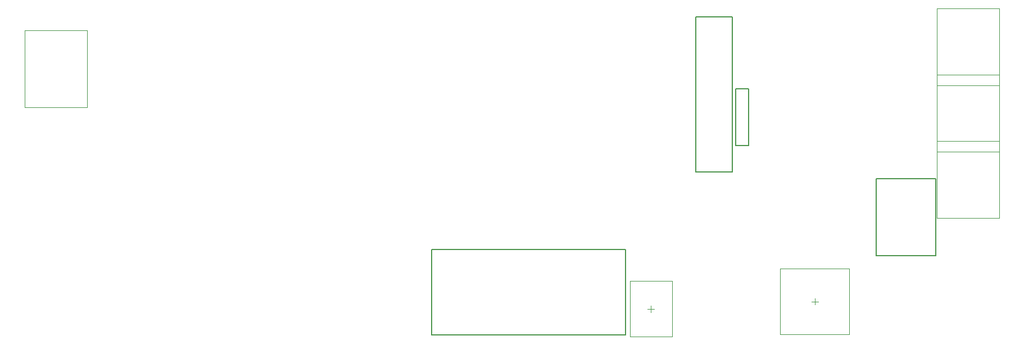
<source format=gbr>
%TF.GenerationSoftware,Altium Limited,Altium Designer,21.6.4 (81)*%
G04 Layer_Color=16711935*
%FSLAX43Y43*%
%MOMM*%
%TF.SameCoordinates,45A01B4D-518A-40F9-B883-98BDF5CD3DE6*%
%TF.FilePolarity,Positive*%
%TF.FileFunction,Other,Top_Courtyard*%
%TF.Part,Single*%
G01*
G75*
%TA.AperFunction,NonConductor*%
%ADD102C,0.200*%
%ADD156C,0.050*%
D102*
X138400Y12671D02*
Y24271D01*
X129400Y12671D02*
X138400D01*
X129400D02*
Y24271D01*
X138400D01*
X102250Y25330D02*
X107750D01*
Y48670D01*
X102250D02*
X107750D01*
X102250Y25330D02*
Y48670D01*
X91600Y750D02*
Y13650D01*
X62400D02*
X91600D01*
X62400Y750D02*
Y13650D01*
Y750D02*
X91600D01*
X108250Y37825D02*
X110150D01*
X108250Y29275D02*
Y37825D01*
Y29275D02*
X110150D01*
Y37825D01*
D156*
X138550Y18325D02*
Y29925D01*
X147950D01*
Y18325D02*
Y29925D01*
X138550Y18325D02*
X147950D01*
X94975Y4665D02*
X95975D01*
X95475Y4165D02*
Y5165D01*
X92300Y485D02*
Y8845D01*
X98650D01*
Y485D02*
Y8845D01*
X92300Y485D02*
X98650D01*
X138551Y28350D02*
X147951D01*
Y39950D01*
X138551D02*
X147951D01*
X138551Y28350D02*
Y39950D01*
Y38375D02*
X147951D01*
Y49975D01*
X138551D02*
X147951D01*
X138551Y38375D02*
Y49975D01*
X120150Y5275D02*
Y6275D01*
X119650Y5775D02*
X120650D01*
X114950Y825D02*
X125350D01*
X114950D02*
Y10725D01*
X125350D01*
Y825D02*
Y10725D01*
X10500Y35000D02*
Y46600D01*
X1100Y35000D02*
X10500D01*
X1100D02*
Y46600D01*
X10500D01*
%TF.MD5,6659ae29ee22e753fd295e76a10f01cc*%
M02*

</source>
